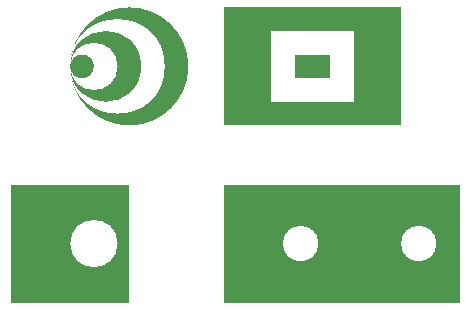
<source format=gbr>
G04 Test: Regions with holes using polarity*
G04 Tests creating holes in regions using LPC (clear polarity)*
G04 Based on Gerber spec section 4.10.4.6*
%FSLAX26Y26*%
%MOMM*%
G04 Example 1: Square with circular hole*
%LPD*%
G36*
X2000000Y2000000D02*
G01*
X12000000D01*
Y12000000D01*
X2000000D01*
Y2000000D01*
G37*
%LPC*%
G36*
X7000000Y7000000D02*
G75*
G03*
X7000000Y7000000I2000000J0D01*
G37*
%LPD*%
G04 Example 2: Rectangle with multiple circular holes*
G36*
X20000000Y2000000D02*
G01*
X40000000D01*
Y12000000D01*
X20000000D01*
Y2000000D01*
G37*
%LPC*%
G36*
X25000000Y7000000D02*
G03*
X25000000Y7000000I1500000J0D01*
G37*
G36*
X35000000Y7000000D02*
G03*
X35000000Y7000000I1500000J0D01*
G37*
%LPD*%
G04 Example 3: Nested rings*
G36*
X7000000Y22000000D02*
G03*
X7000000Y22000000I5000000J0D01*
G37*
%LPC*%
G36*
X7000000Y22000000D02*
G03*
X7000000Y22000000I4000000J0D01*
G37*
%LPD*%
G36*
X7000000Y22000000D02*
G03*
X7000000Y22000000I3000000J0D01*
G37*
%LPC*%
G36*
X7000000Y22000000D02*
G03*
X7000000Y22000000I2000000J0D01*
G37*
%LPD*%
G36*
X7000000Y22000000D02*
G03*
X7000000Y22000000I1000000J0D01*
G37*
G04 Example 4: Complex shape with square hole*
%LPD*%
G01*
G36*
X20000000Y17000000D02*
X35000000D01*
Y27000000D01*
X20000000D01*
Y17000000D01*
G37*
%LPC*%
G36*
X24000000Y19000000D02*
X31000000D01*
Y25000000D01*
X24000000D01*
Y19000000D01*
G37*
%LPD*%
G04 Put a small square inside the hole*
G36*
X26000000Y21000000D02*
X29000000D01*
Y23000000D01*
X26000000D01*
Y21000000D01*
G37*
M02*

</source>
